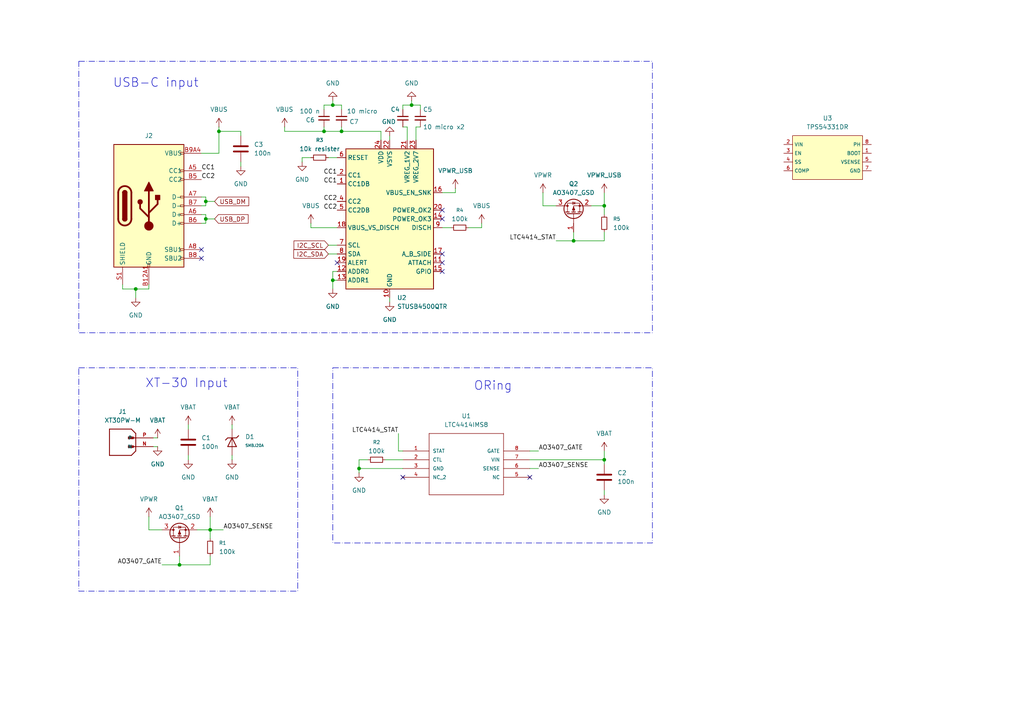
<source format=kicad_sch>
(kicad_sch (version 20250114) (generator "eeschema") (generator_version "9.0")
  (paper "A4")
  (lib_symbols
    (symbol "Device:C" (pin_numbers (hide yes)) (pin_names (offset 0.254))
      (property "Reference" "C" (at 0.635 2.54 0))
      (property "Value" "C" (at 0.635 -2.54 0))
      (symbol "C_0_1"
        (polyline (pts (xy -2.032 0.762) (xy 2.032 0.762)) (stroke (width 0.508)))
        (polyline (pts (xy -2.032 -0.762) (xy 2.032 -0.762)) (stroke (width 0.508)))
      )
      (symbol "C_1_1"
        (pin passive line (at 0 3.81 270) (length 2.794) (name "~") (number "1"))
        (pin passive line (at 0 -3.81 90) (length 2.794) (name "~") (number "2"))
      )
    )
    (symbol "Device:C_Small" (pin_numbers (hide yes)) (pin_names (offset 0.254) (hide yes))
      (property "Reference" "C" (at 0.254 1.778 0))
      (property "Value" "C_Small" (at 0.254 -2.032 0))
      (symbol "C_Small_0_1"
        (polyline (pts (xy -1.524 0.508) (xy 1.524 0.508)) (stroke (width 0.3048)))
        (polyline (pts (xy -1.524 -0.508) (xy 1.524 -0.508)) (stroke (width 0.3302)))
      )
      (symbol "C_Small_1_1"
        (pin passive line (at 0 2.54 270) (length 2.032) (name "~") (number "1"))
        (pin passive line (at 0 -2.54 90) (length 2.032) (name "~") (number "2"))
      )
    )
    (symbol "Device:R_Small" (pin_numbers (hide yes)) (pin_names (offset 0.254) (hide yes))
      (property "Reference" "R" (at 0 0 90))
      (property "Value" "R_Small" (at 1.778 0 90))
      (symbol "R_Small_0_1"
        (rectangle (start -0.762 1.778) (end 0.762 -1.778) (stroke (width 0.2032)))
      )
      (symbol "R_Small_1_1"
        (pin passive line (at 0 2.54 270) (length 0.762) (name "~") (number "1"))
        (pin passive line (at 0 -2.54 90) (length 0.762) (name "~") (number "2"))
      )
    )
    (symbol "Interface_USB:STUSB4500QTR"
      (property "Reference" "U" (at -12.7 21.59 0))
      (property "Value" "STUSB4500QTR" (at 8.89 -21.59 0))
      (symbol "STUSB4500QTR_0_1"
        (rectangle (start -12.7 20.32) (end 12.7 -20.32) (stroke (width 0.254)) (fill (type background)))
      )
      (symbol "STUSB4500QTR_1_1"
        (pin input line (at -15.24 17.78 0) (length 2.54) (name "RESET") (number "6"))
        (pin bidirectional line (at -15.24 12.7 0) (length 2.54) (name "CC1") (number "2"))
        (pin bidirectional line (at -15.24 10.16 0) (length 2.54) (name "CC1DB") (number "1"))
        (pin bidirectional line (at -15.24 5.08 0) (length 2.54) (name "CC2") (number "4"))
        (pin bidirectional line (at -15.24 2.54 0) (length 2.54) (name "CC2DB") (number "5"))
        (pin input line (at -15.24 -2.54 0) (length 2.54) (name "VBUS_VS_DISCH") (number "18"))
        (pin input line (at -15.24 -7.62 0) (length 2.54) (name "SCL") (number "7"))
        (pin bidirectional line (at -15.24 -10.16 0) (length 2.54) (name "SDA") (number "8"))
        (pin open_collector line (at -15.24 -12.7 0) (length 2.54) (name "ALERT") (number "19"))
        (pin input line (at -15.24 -15.24 0) (length 2.54) (name "ADDR0") (number "12"))
        (pin input line (at -15.24 -17.78 0) (length 2.54) (name "ADDR1") (number "13"))
        (pin no_connect line (at -12.7 15.24 0) (length 2.54) (hide yes) (name "NC") (number "3"))
        (pin power_in line (at -2.54 22.86 270) (length 2.54) (name "VDD") (number "24"))
        (pin power_in line (at 0 22.86 270) (length 2.54) (name "VSYS") (number "22"))
        (pin power_in line (at 0 -22.86 90) (length 2.54) (name "GND") (number "10"))
        (pin passive line (at 0 -22.86 90) (length 2.54) (hide yes) (name "GND") (number "25"))
        (pin power_out line (at 5.08 22.86 270) (length 2.54) (name "VREG_1V2") (number "21"))
        (pin power_out line (at 7.62 22.86 270) (length 2.54) (name "VREG_2V7") (number "23"))
        (pin open_collector line (at 15.24 7.62 180) (length 2.54) (name "VBUS_EN_SNK") (number "16"))
        (pin open_collector line (at 15.24 2.54 180) (length 2.54) (name "POWER_OK2") (number "20"))
        (pin open_collector line (at 15.24 0 180) (length 2.54) (name "POWER_OK3") (number "14"))
        (pin bidirectional line (at 15.24 -2.54 180) (length 2.54) (name "DISCH") (number "9"))
        (pin open_collector line (at 15.24 -10.16 180) (length 2.54) (name "A_B_SIDE") (number "17"))
        (pin open_collector line (at 15.24 -12.7 180) (length 2.54) (name "ATTACH") (number "11"))
        (pin open_collector line (at 15.24 -15.24 180) (length 2.54) (name "GPIO") (number "15"))
      )
    )
    (symbol "LTC4414IMS8:LTC4414IMS8" (pin_names (offset 1.016))
      (property "Reference" "U" (at 30.48 8.89 0))
      (property "Value" "LTC4414IMS8" (at 29.8361 6.3462 0))
      (symbol "LTC4414IMS8_0_0"
        (polyline (pts (xy 25.4 5.08) (xy 25.4 -12.7)) (stroke (width 0.1524)))
        (polyline (pts (xy 25.4 -12.7) (xy 46.99 -12.7)) (stroke (width 0.1524)))
        (polyline (pts (xy 46.99 5.08) (xy 25.4 5.08)) (stroke (width 0.1524)))
        (polyline (pts (xy 46.99 -12.7) (xy 46.99 5.08)) (stroke (width 0.1524)))
        (pin output line (at 17.78 0 0) (length 7.62) (name "STAT") (number "1"))
        (pin input line (at 17.78 -2.54 0) (length 7.62) (name "CTL") (number "2"))
        (pin power_in line (at 17.78 -5.08 0) (length 7.62) (name "GND") (number "3"))
        (pin no_connect line (at 17.78 -7.62 0) (length 7.62) (name "NC_2") (number "4"))
        (pin passive line (at 54.61 0 180) (length 7.62) (name "GATE") (number "8"))
        (pin input line (at 54.61 -2.54 180) (length 7.62) (name "VIN") (number "7"))
        (pin input line (at 54.61 -5.08 180) (length 7.62) (name "SENSE") (number "6"))
        (pin no_connect line (at 54.61 -7.62 180) (length 7.62) (name "NC") (number "5"))
      )
    )
    (symbol "PCM_JLCPCB-Diodes:TVS-Uni,SMBJ20A" (pin_numbers (hide yes)) (pin_names (offset 0))
      (property "Reference" "D" (at 2.032 0.834 0))
      (property "Value" "SMBJ20A" (at 2.032 -1.2122 0))
      (symbol "TVS-Uni,SMBJ20A_0_1"
        (polyline (pts (xy -1.905 -1.905) (xy -1.27 -1.27) (xy 1.27 -1.27) (xy 1.905 -0.635)) (stroke (width 0.254)))
        (polyline (pts (xy -1.27 1.27) (xy 0 -1.27) (xy 1.27 1.27) (xy -1.27 1.27)) (stroke (width 0.254)))
      )
      (symbol "TVS-Uni,SMBJ20A_1_1"
        (pin passive line (at 0 3.81 270) (length 3.81) (name "~") (number "2"))
        (pin passive line (at 0 -3.81 90) (length 3.81) (name "~") (number "1"))
      )
    )
    (symbol "PCM_JLCPCB-Extended:Connector, USB-TYPE-C-16P"
      (property "Reference" "J" (at 2.54 2.54 0))
      (symbol "Connector, USB-TYPE-C-16P_0_0"
        (rectangle (start -0.254 -17.78) (end 0.254 -16.764))
        (rectangle (start 10.16 15.494) (end 9.144 14.986))
        (rectangle (start 10.16 10.414) (end 9.144 9.906))
        (rectangle (start 10.16 7.874) (end 9.144 7.366))
        (rectangle (start 10.16 2.794) (end 9.144 2.286))
        (rectangle (start 10.16 0.254) (end 9.144 -0.254))
        (rectangle (start 10.16 -2.286) (end 9.144 -2.794))
        (rectangle (start 10.16 -4.826) (end 9.144 -5.334))
        (rectangle (start 10.16 -12.446) (end 9.144 -12.954))
        (rectangle (start 10.16 -14.986) (end 9.144 -15.494))
      )
      (symbol "Connector, USB-TYPE-C-16P_0_1"
        (rectangle (start -10.16 17.78) (end 10.16 -17.78) (stroke (width 0.254)) (fill (type background)))
        (polyline (pts (xy -8.89 -3.81) (xy -8.89 3.81)) (stroke (width 0.508)))
        (rectangle (start -7.62 -3.81) (end -6.35 3.81) (stroke (width 0.254)) (fill (type outline)))
        (arc (start -7.62 3.81) (mid -6.985 4.4423) (end -6.35 3.81) (stroke (width 0.254)))
        (arc (start -7.62 3.81) (mid -6.985 4.4423) (end -6.35 3.81) (stroke (width 0.254)) (fill (type outline)))
        (arc (start -8.89 3.81) (mid -6.985 5.7067) (end -5.08 3.81) (stroke (width 0.508)))
        (arc (start -5.08 -3.81) (mid -6.985 -5.7067) (end -8.89 -3.81) (stroke (width 0.508)))
        (arc (start -6.35 -3.81) (mid -6.985 -4.4423) (end -7.62 -3.81) (stroke (width 0.254)))
        (arc (start -6.35 -3.81) (mid -6.985 -4.4423) (end -7.62 -3.81) (stroke (width 0.254)) (fill (type outline)))
        (polyline (pts (xy -5.08 3.81) (xy -5.08 -3.81)) (stroke (width 0.508)))
        (circle (center -2.54 1.143) (radius 0.635) (stroke (width 0.254)) (fill (type outline)))
        (polyline (pts (xy -1.27 4.318) (xy 0 6.858) (xy 1.27 4.318) (xy -1.27 4.318)) (stroke (width 0.254)) (fill (type outline)))
        (polyline (pts (xy 0 -2.032) (xy 2.54 0.508) (xy 2.54 1.778)) (stroke (width 0.508)))
        (polyline (pts (xy 0 -3.302) (xy -2.54 -0.762) (xy -2.54 0.508)) (stroke (width 0.508)))
        (polyline (pts (xy 0 -5.842) (xy 0 4.318)) (stroke (width 0.508)))
        (circle (center 0 -5.842) (radius 1.27) (fill (type outline)))
        (rectangle (start 1.905 1.778) (end 3.175 3.048) (stroke (width 0.254)) (fill (type outline)))
      )
      (symbol "Connector, USB-TYPE-C-16P_1_1"
        (pin passive line (at -7.62 -22.86 90) (length 5.08) (name "SHIELD") (number "S1"))
        (pin passive line (at 0 -22.86 90) (length 5.08) (hide yes) (name "GND") (number "A12B1"))
        (pin passive line (at 0 -22.86 90) (length 5.08) (name "GND") (number "B12A1"))
        (pin passive line (at 15.24 15.24 180) (length 5.08) (hide yes) (name "VBUS") (number "A9B4"))
        (pin passive line (at 15.24 15.24 180) (length 5.08) (name "VBUS") (number "B9A4"))
        (pin bidirectional line (at 15.24 10.16 180) (length 5.08) (name "CC1") (number "A5"))
        (pin bidirectional line (at 15.24 7.62 180) (length 5.08) (name "CC2") (number "B5"))
        (pin bidirectional line (at 15.24 2.54 180) (length 5.08) (name "D-") (number "A7"))
        (pin bidirectional line (at 15.24 0 180) (length 5.08) (name "D-") (number "B7"))
        (pin bidirectional line (at 15.24 -2.54 180) (length 5.08) (name "D+") (number "A6"))
        (pin bidirectional line (at 15.24 -5.08 180) (length 5.08) (name "D+") (number "B6"))
        (pin bidirectional line (at 15.24 -12.7 180) (length 5.08) (name "SBU1") (number "A8"))
        (pin bidirectional line (at 15.24 -15.24 180) (length 5.08) (name "SBU2") (number "B8"))
      )
    )
    (symbol "PCM_JLCPCB-Power:DC-DC, Buck, 3.5-28VIN, 3A, 0.8+VOUT"
      (property "Reference" "U" (at 0 1.27 0))
      (property "Value" "TPS54331DR" (at 0.254 5.08 0))
      (symbol "DC-DC, Buck, 3.5-28VIN, 3A, 0.8+VOUT_0_1"
        (rectangle (start -10.16 7.62) (end 10.16 -5.08) (fill (type background)))
      )
      (symbol "DC-DC, Buck, 3.5-28VIN, 3A, 0.8+VOUT_1_1"
        (pin power_in line (at -12.7 5.08 0) (length 2.56) (name "VIN") (number "2"))
        (pin unspecified line (at -12.7 2.54 0) (length 2.56) (name "EN") (number "3"))
        (pin unspecified line (at -12.7 0 0) (length 2.56) (name "SS") (number "4"))
        (pin unspecified line (at -12.7 -2.54 0) (length 2.56) (name "COMP") (number "6"))
        (pin power_in line (at 12.7 5.08 180) (length 2.56) (name "PH") (number "8"))
        (pin unspecified line (at 12.7 2.54 180) (length 2.56) (name "BOOT") (number "1"))
        (pin unspecified line (at 12.7 0 180) (length 2.56) (name "VSENSE") (number "5"))
        (pin power_in line (at 12.7 -2.54 180) (length 2.56) (name "GND") (number "7"))
      )
    )
    (symbol "Transistor_FET:Q_PMOS_GSD" (pin_names (offset 0) (hide yes))
      (property "Reference" "Q" (at 5.08 1.905 0))
      (property "Value" "Q_PMOS_GSD" (at 5.08 0 0))
      (symbol "Q_PMOS_GSD_0_1"
        (polyline (pts (xy 0.254 1.905) (xy 0.254 -1.905)) (stroke (width 0.254)))
        (polyline (pts (xy 0.254 0) (xy -2.54 0)))
        (polyline (pts (xy 0.762 2.286) (xy 0.762 1.27)) (stroke (width 0.254)))
        (polyline (pts (xy 0.762 1.778) (xy 3.302 1.778) (xy 3.302 -1.778) (xy 0.762 -1.778)))
        (polyline (pts (xy 0.762 0.508) (xy 0.762 -0.508)) (stroke (width 0.254)))
        (polyline (pts (xy 0.762 -1.27) (xy 0.762 -2.286)) (stroke (width 0.254)))
        (circle (center 1.651 0) (radius 2.794) (stroke (width 0.254)))
        (polyline (pts (xy 2.286 0) (xy 1.27 0.381) (xy 1.27 -0.381) (xy 2.286 0)) (fill (type outline)))
        (polyline (pts (xy 2.54 2.54) (xy 2.54 1.778)))
        (circle (center 2.54 1.778) (radius 0.254) (fill (type outline)))
        (circle (center 2.54 -1.778) (radius 0.254) (fill (type outline)))
        (polyline (pts (xy 2.54 -2.54) (xy 2.54 0) (xy 0.762 0)))
        (polyline (pts (xy 2.921 -0.381) (xy 3.683 -0.381)))
        (polyline (pts (xy 3.302 -0.381) (xy 2.921 0.254) (xy 3.683 0.254) (xy 3.302 -0.381)))
      )
      (symbol "Q_PMOS_GSD_1_1"
        (pin input line (at -5.08 0 0) (length 2.54) (name "G") (number "1"))
        (pin passive line (at 2.54 5.08 270) (length 2.54) (name "D") (number "3"))
        (pin passive line (at 2.54 -5.08 90) (length 2.54) (name "S") (number "2"))
      )
    )
    (symbol "XT30PW-M:XT30PW-M" (pin_names (offset 1.016))
      (property "Reference" "J" (at -7.62 3.302 0))
      (property "Value" "XT30PW-M" (at -7.62 -7.62 0))
      (symbol "XT30PW-M_0_0"
        (polyline (pts (xy -7.62 2.54) (xy -1.27 2.54)) (stroke (width 0.254)))
        (polyline (pts (xy -7.62 -5.08) (xy -7.62 2.54)) (stroke (width 0.254)))
        (rectangle (start -2.2225 -0.3175) (end -0.635 0.3175) (stroke (width 0.1)) (fill (type outline)))
        (rectangle (start -2.2225 -2.8575) (end -0.635 -2.2225) (stroke (width 0.1)) (fill (type outline)))
        (polyline (pts (xy -1.27 -5.08) (xy -7.62 -5.08)) (stroke (width 0.254)))
        (polyline (pts (xy 0 1.27) (xy -1.27 2.54)) (stroke (width 0.254)))
        (polyline (pts (xy 0 1.27) (xy 0 0)) (stroke (width 0.254)))
        (polyline (pts (xy 0 0) (xy -1.905 0)) (stroke (width 0.254)))
        (polyline (pts (xy 0 0) (xy 0 -3.81)) (stroke (width 0.254)))
        (polyline (pts (xy 0 -2.54) (xy -1.905 -2.54)) (stroke (width 0.254)))
        (polyline (pts (xy 0 -3.81) (xy -1.27 -5.08)) (stroke (width 0.254)))
        (pin power_in line (at 5.08 0 180) (length 5.08) (name "P") (number "P"))
        (pin power_in line (at 5.08 -2.54 180) (length 5.08) (name "N") (number "N"))
      )
    )
    (symbol "power:GND" (power) (pin_numbers (hide yes)) (pin_names (offset 0) (hide yes))
      (property "Value" "GND" (at 0 -3.81 0))
      (symbol "GND_0_1"
        (polyline (pts (xy 0 0) (xy 0 -1.27) (xy 1.27 -1.27) (xy 0 -2.54) (xy -1.27 -1.27) (xy 0 -1.27)))
      )
      (symbol "GND_1_1"
        (pin power_in line (at 0 0 270) (length 0) (name "~") (number "1"))
      )
    )
    (symbol "power:VBAT" (power) (pin_numbers (hide yes)) (pin_names (offset 0) (hide yes))
      (property "Value" "VBAT" (at 0 3.556 0))
      (symbol "VBAT_0_1"
        (polyline (pts (xy -0.762 1.27) (xy 0 2.54)))
        (polyline (pts (xy 0 2.54) (xy 0.762 1.27)))
        (polyline (pts (xy 0 0) (xy 0 2.54)))
      )
      (symbol "VBAT_1_1"
        (pin power_in line (at 0 0 90) (length 0) (name "~") (number "1"))
      )
    )
    (symbol "power:VBUS" (power) (pin_numbers (hide yes)) (pin_names (offset 0) (hide yes))
      (property "Value" "VBUS" (at 0 3.556 0))
      (symbol "VBUS_0_1"
        (polyline (pts (xy -0.762 1.27) (xy 0 2.54)))
        (polyline (pts (xy 0 2.54) (xy 0.762 1.27)))
        (polyline (pts (xy 0 0) (xy 0 2.54)))
      )
      (symbol "VBUS_1_1"
        (pin power_in line (at 0 0 90) (length 0) (name "~") (number "1"))
      )
    )
    (symbol "power:VPWR" (power) (pin_numbers (hide yes)) (pin_names (offset 0) (hide yes))
      (property "Value" "VPWR" (at 0 3.556 0))
      (symbol "VPWR_0_1"
        (polyline (pts (xy -0.762 1.27) (xy 0 2.54)))
        (polyline (pts (xy 0 2.54) (xy 0.762 1.27)))
        (polyline (pts (xy 0 0) (xy 0 2.54)))
      )
      (symbol "VPWR_1_1"
        (pin power_in line (at 0 0 90) (length 0) (name "~") (number "1"))
      )
    )
    (symbol "power:VPWR_USB" (power) (pin_numbers (hide yes)) (pin_names (offset 0) (hide yes))
      (property "Value" "VPWR_USB" (at 0 3.556 0))
      (symbol "VPWR_USB_0_1"
        (polyline (pts (xy -0.762 1.27) (xy 0 2.54)))
        (polyline (pts (xy 0 2.54) (xy 0.762 1.27)))
        (polyline (pts (xy 0 0) (xy 0 2.54)))
      )
      (symbol "VPWR_USB_1_1"
        (pin power_in line (at 0 0 90) (length 0) (name "~") (number "1"))
      )
    )
  )
  (rectangle (start 22.86 106.68) (end 86.36 171.45) (stroke (width 0) (type dash_dot)))
  (rectangle (start 22.86 17.78) (end 189.23 96.52) (stroke (width 0) (type dash_dot)))
  (rectangle (start 96.52 106.68) (end 189.23 157.48) (stroke (width 0) (type dash_dot)))
  (text "ORing" (at 143.002 112.014 0) (effects (font (size 2.54 2.54))))
  (text "XT-30 Input" (at 54.102 111.252 0) (effects (font (size 2.54 2.54))))
  (text "USB-C input" (at 45.212 24.13 0) (effects (font (size 2.54 2.54))))
  (junction (at 175.26 59.69))
  (junction (at 59.69 58.42))
  (junction (at 59.69 63.5))
  (junction (at 166.37 69.85))
  (junction (at 119.38 30.48))
  (junction (at 96.52 81.28))
  (junction (at 52.07 163.83))
  (junction (at 175.26 133.35))
  (junction (at 39.37 83.82))
  (junction (at 63.5 38.1))
  (junction (at 93.98 38.1))
  (junction (at 96.52 30.48))
  (junction (at 60.96 153.67))
  (junction (at 99.06 38.1))
  (junction (at 104.14 135.89))
  (no_connect (at 97.79 76.2))
  (no_connect (at 128.27 63.5))
  (no_connect (at 128.27 76.2))
  (no_connect (at 128.27 73.66))
  (no_connect (at 153.67 138.43))
  (no_connect (at 58.42 72.39))
  (no_connect (at 116.84 138.43))
  (no_connect (at 58.42 74.93))
  (no_connect (at 128.27 78.74))
  (no_connect (at 128.27 60.96))
  (wire (pts (xy 157.48 59.69) (xy 161.29 59.69)))
  (wire (pts (xy 110.49 40.64) (xy 110.49 38.1)))
  (wire (pts (xy 52.07 163.83) (xy 60.96 163.83)))
  (wire (pts (xy 35.56 83.82) (xy 39.37 83.82)))
  (wire (pts (xy 153.67 133.35) (xy 175.26 133.35)))
  (wire (pts (xy 166.37 69.85) (xy 175.26 69.85)))
  (wire (pts (xy 43.18 149.86) (xy 43.18 153.67)))
  (wire (pts (xy 166.37 67.31) (xy 166.37 69.85)))
  (wire (pts (xy 82.55 38.1) (xy 82.55 36.83)))
  (wire (pts (xy 97.79 66.04) (xy 90.17 66.04)))
  (wire (pts (xy 90.17 66.04) (xy 90.17 64.77)))
  (wire (pts (xy 104.14 133.35) (xy 106.68 133.35)))
  (wire (pts (xy 46.99 163.83) (xy 52.07 163.83)))
  (wire (pts (xy 58.42 57.15) (xy 59.69 57.15)))
  (wire (pts (xy 96.52 30.48) (xy 99.06 30.48)))
  (wire (pts (xy 99.06 36.83) (xy 99.06 38.1)))
  (wire (pts (xy 113.03 87.63) (xy 113.03 86.36)))
  (wire (pts (xy 175.26 134.62) (xy 175.26 133.35)))
  (wire (pts (xy 128.27 66.04) (xy 130.81 66.04)))
  (wire (pts (xy 43.18 83.82) (xy 43.18 82.55)))
  (wire (pts (xy 96.52 83.82) (xy 96.52 81.28)))
  (wire (pts (xy 139.7 66.04) (xy 139.7 64.77)))
  (wire (pts (xy 119.38 29.21) (xy 119.38 30.48)))
  (wire (pts (xy 67.31 123.19) (xy 67.31 124.46)))
  (wire (pts (xy 115.57 125.73) (xy 115.57 130.81)))
  (wire (pts (xy 39.37 83.82) (xy 39.37 86.36)))
  (wire (pts (xy 175.26 130.81) (xy 175.26 133.35)))
  (wire (pts (xy 63.5 38.1) (xy 69.85 38.1)))
  (wire (pts (xy 60.96 153.67) (xy 64.77 153.67)))
  (wire (pts (xy 39.37 83.82) (xy 43.18 83.82)))
  (wire (pts (xy 59.69 62.23) (xy 59.69 63.5)))
  (wire (pts (xy 96.52 78.74) (xy 96.52 81.28)))
  (wire (pts (xy 69.85 48.26) (xy 69.85 46.99)))
  (wire (pts (xy 132.08 54.61) (xy 132.08 55.88)))
  (wire (pts (xy 104.14 137.16) (xy 104.14 135.89)))
  (wire (pts (xy 116.84 30.48) (xy 116.84 31.75)))
  (wire (pts (xy 121.92 31.75) (xy 121.92 30.48)))
  (wire (pts (xy 95.25 71.12) (xy 97.79 71.12)))
  (wire (pts (xy 43.18 153.67) (xy 46.99 153.67)))
  (wire (pts (xy 99.06 38.1) (xy 110.49 38.1)))
  (wire (pts (xy 119.38 30.48) (xy 116.84 30.48)))
  (wire (pts (xy 175.26 59.69) (xy 171.45 59.69)))
  (wire (pts (xy 96.52 29.21) (xy 96.52 30.48)))
  (wire (pts (xy 121.92 30.48) (xy 119.38 30.48)))
  (wire (pts (xy 121.92 36.83) (xy 120.65 36.83)))
  (wire (pts (xy 132.08 55.88) (xy 128.27 55.88)))
  (wire (pts (xy 93.98 31.75) (xy 93.98 30.48)))
  (wire (pts (xy 59.69 58.42) (xy 59.69 57.15)))
  (wire (pts (xy 116.84 36.83) (xy 118.11 36.83)))
  (wire (pts (xy 59.69 62.23) (xy 58.42 62.23)))
  (wire (pts (xy 175.26 55.88) (xy 175.26 59.69)))
  (wire (pts (xy 175.26 143.51) (xy 175.26 142.24)))
  (wire (pts (xy 60.96 163.83) (xy 60.96 161.29)))
  (wire (pts (xy 87.63 45.72) (xy 90.17 45.72)))
  (wire (pts (xy 96.52 81.28) (xy 97.79 81.28)))
  (wire (pts (xy 59.69 63.5) (xy 62.23 63.5)))
  (wire (pts (xy 104.14 135.89) (xy 116.84 135.89)))
  (wire (pts (xy 115.57 130.81) (xy 116.84 130.81)))
  (wire (pts (xy 153.67 130.81) (xy 156.21 130.81)))
  (wire (pts (xy 93.98 38.1) (xy 99.06 38.1)))
  (wire (pts (xy 67.31 133.35) (xy 67.31 132.08)))
  (wire (pts (xy 35.56 83.82) (xy 35.56 82.55)))
  (wire (pts (xy 52.07 161.29) (xy 52.07 163.83)))
  (wire (pts (xy 59.69 63.5) (xy 59.69 64.77)))
  (wire (pts (xy 63.5 36.83) (xy 63.5 38.1)))
  (wire (pts (xy 175.26 62.23) (xy 175.26 59.69)))
  (wire (pts (xy 135.89 66.04) (xy 139.7 66.04)))
  (wire (pts (xy 82.55 38.1) (xy 93.98 38.1)))
  (wire (pts (xy 45.72 129.54) (xy 44.45 129.54)))
  (wire (pts (xy 69.85 39.37) (xy 69.85 38.1)))
  (wire (pts (xy 153.67 135.89) (xy 156.21 135.89)))
  (wire (pts (xy 104.14 135.89) (xy 104.14 133.35)))
  (wire (pts (xy 95.25 45.72) (xy 97.79 45.72)))
  (wire (pts (xy 99.06 30.48) (xy 99.06 31.75)))
  (wire (pts (xy 118.11 36.83) (xy 118.11 40.64)))
  (wire (pts (xy 58.42 59.69) (xy 59.69 59.69)))
  (wire (pts (xy 157.48 55.88) (xy 157.48 59.69)))
  (wire (pts (xy 60.96 153.67) (xy 57.15 153.67)))
  (wire (pts (xy 161.29 69.85) (xy 166.37 69.85)))
  (wire (pts (xy 87.63 46.99) (xy 87.63 45.72)))
  (wire (pts (xy 58.42 44.45) (xy 63.5 44.45)))
  (wire (pts (xy 45.72 127) (xy 44.45 127)))
  (wire (pts (xy 113.03 39.37) (xy 113.03 40.64)))
  (wire (pts (xy 54.61 123.19) (xy 54.61 124.46)))
  (wire (pts (xy 97.79 78.74) (xy 96.52 78.74)))
  (wire (pts (xy 63.5 44.45) (xy 63.5 38.1)))
  (wire (pts (xy 60.96 156.21) (xy 60.96 153.67)))
  (wire (pts (xy 54.61 132.08) (xy 54.61 133.35)))
  (wire (pts (xy 175.26 69.85) (xy 175.26 67.31)))
  (wire (pts (xy 59.69 59.69) (xy 59.69 58.42)))
  (wire (pts (xy 59.69 58.42) (xy 62.23 58.42)))
  (wire (pts (xy 111.76 133.35) (xy 116.84 133.35)))
  (wire (pts (xy 93.98 30.48) (xy 96.52 30.48)))
  (wire (pts (xy 59.69 64.77) (xy 58.42 64.77)))
  (wire (pts (xy 60.96 149.86) (xy 60.96 153.67)))
  (wire (pts (xy 95.25 73.66) (xy 97.79 73.66)))
  (wire (pts (xy 93.98 38.1) (xy 93.98 36.83)))
  (wire (pts (xy 120.65 36.83) (xy 120.65 40.64)))
  (label "CC1" (at 97.79 53.34 180))
  (label "AO3407_SENSE" (at 156.21 135.89 0))
  (label "AO3407_SENSE" (at 64.77 153.67 0))
  (label "CC1" (at 58.42 49.53 0))
  (label "LTC4414_STAT" (at 115.57 125.73 180))
  (label "LTC4414_STAT" (at 161.29 69.85 180))
  (label "CC2" (at 97.79 60.96 180))
  (label "CC2" (at 58.42 52.07 0))
  (label "CC2" (at 97.79 58.42 180))
  (label "AO3407_GATE" (at 156.21 130.81 0))
  (label "AO3407_GATE" (at 46.99 163.83 180))
  (label "CC1" (at 97.79 50.8 180))
  (global_label "I2C_SCL" (shape input) (at 95.25 71.12 180) (property "Intersheetrefs" "${INTERSHEET_REFS}" (effects (hide yes))))
  (global_label "USB_DP" (shape input) (at 62.23 63.5 0) (property "Intersheetrefs" "${INTERSHEET_REFS}" (effects (hide yes))))
  (global_label "USB_DM" (shape input) (at 62.23 58.42 0) (property "Intersheetrefs" "${INTERSHEET_REFS}" (effects (hide yes))))
  (global_label "I2C_SDA" (shape input) (at 95.25 73.66 180) (property "Intersheetrefs" "${INTERSHEET_REFS}" (effects (hide yes))))
  (symbol (lib_id "LTC4414IMS8:LTC4414IMS8") (at 99.06 130.81 0) (unit 1)
    (property "Reference" "U1" (at 135.255 120.65 0))
    (property "Value" "LTC4414IMS8" (at 135.255 123.19 0))
    (property "Footprint" "Project_Parts:LTC4414IMS8-MSOP-8_MS" (effects (hide yes)))
    (property "MF" "Analog Devices" (effects (hide yes)))
    (property "VENDOR" "Linear Technology" (effects (hide yes)))
    (property "Description_1" "OR Controller Source Selector Switch P-Channel 2:1 8-MSOP" (effects (hide yes)))
    (property "Package" "MSOP-8 Hittite Microwave" (effects (hide yes)))
    (property "Price" "None" (effects (hide yes)))
    (property "Check_prices" "https://www.snapeda.com/parts/LTC4414IMS8/Analog+Devices/view-part/?ref=eda" (effects (hide yes)))
    (property "SnapEDA_Link" "https://www.snapeda.com/parts/LTC4414IMS8/Analog+Devices/view-part/?ref=snap" (effects (hide yes)))
    (property "MP" "LTC4414IMS8" (effects (hide yes)))
    (property "Availability" "Not in stock" (effects (hide yes)))
    (property "MANUFACTURER_PART_NUMBER" "ltc4414ims8" (effects (hide yes)))
  )
  (symbol (lib_id "Device:C") (at 54.61 128.27 0) (unit 1)
    (property "Reference" "C1" (at 58.42 126.9999 0) (effects (justify left)))
    (property "Value" "100n" (at 58.42 129.5399 0) (effects (justify left)))
    (property "Footprint" "PCM_JLCPCB:C_0603" (effects (hide yes)))
    (property "Description" "Unpolarized capacitor" (effects (hide yes)))
  )
  (symbol (lib_id "power:GND") (at 119.38 29.21 180) (unit 1)
    (property "Reference" "#PWR020" (effects (hide yes)))
    (property "Value" "GND" (at 119.38 24.13 0))
    (property "Description" "Power symbol creates a global label with name \"GND\" , ground" (effects (hide yes)))
  )
  (symbol (lib_id "Device:C_Small") (at 116.84 34.29 0) (unit 1)
    (property "Reference" "C4" (at 113.284 31.75 0) (effects (justify left)))
    (property "Value" "10 micro" (effects (hide yes)))
    (property "Description" "Unpolarized capacitor, small symbol" (effects (hide yes)))
  )
  (symbol (lib_id "Device:C") (at 175.26 138.43 0) (unit 1)
    (property "Reference" "C2" (at 179.07 137.1599 0) (effects (justify left)))
    (property "Value" "100n" (at 179.07 139.6999 0) (effects (justify left)))
    (property "Footprint" "PCM_JLCPCB:C_0603" (effects (hide yes)))
    (property "Description" "Unpolarized capacitor" (effects (hide yes)))
  )
  (symbol (lib_id "power:GND") (at 96.52 29.21 180) (unit 1)
    (property "Reference" "#PWR022" (effects (hide yes)))
    (property "Value" "GND" (at 96.52 24.13 0))
    (property "Description" "Power symbol creates a global label with name \"GND\" , ground" (effects (hide yes)))
  )
  (symbol (lib_id "power:VPWR_USB") (at 132.08 54.61 0) (unit 1)
    (property "Reference" "#PWR026" (effects (hide yes)))
    (property "Value" "VPWR_USB" (at 132.08 49.53 0))
    (property "Description" "Power symbol creates a global label with name \"VPWR_USB\"" (effects (hide yes)))
  )
  (symbol (lib_id "PCM_JLCPCB-Extended:Connector, USB-TYPE-C-16P") (at 43.18 59.69 0) (unit 1)
    (property "Reference" "J2" (at 43.18 39.37 0))
    (property "Value" "Connector, USB-TYPE-C-16P" (effects (hide yes)))
    (property "Footprint" "PCM_JLCPCB:TYPE-C-SMD_HX-TYPE-C-16PIN" (effects (hide yes)))
    (property "Datasheet" "https://atta.szlcsc.com/upload/public/pdf/source/20220920/0EF8F885FCCEA71F60E9E85152155021.pdf" (effects (hide yes)))
    (property "Description" "3A 1 Horizontal attachment 16P Female -25℃~+85℃ Type-C SMD USB Connectors ROHS" (effects (hide yes)))
    (property "LCSC" "C2927039" (effects (hide yes)))
  )
  (symbol (lib_id "Device:R_Small") (at 175.26 64.77 0) (unit 1)
    (property "Reference" "R5" (at 177.8 63.4999 0) (effects (font (size 1.016 1.016)) (justify left)))
    (property "Value" "100k" (at 177.8 66.0399 0) (effects (justify left)))
    (property "Footprint" "PCM_JLCPCB:R_0603" (effects (hide yes)))
    (property "Description" "Resistor, small symbol" (effects (hide yes)))
  )
  (symbol (lib_id "power:VBAT") (at 67.31 123.19 0) (unit 1)
    (property "Reference" "#PWR04" (effects (hide yes)))
    (property "Value" "VBAT" (at 67.31 118.11 0))
    (property "Description" "Power symbol creates a global label with name \"VBAT\"" (effects (hide yes)))
  )
  (symbol (lib_id "Transistor_FET:Q_PMOS_GSD") (at 166.37 62.23 90) (unit 1)
    (property "Reference" "Q2" (at 166.37 53.34 90))
    (property "Value" "AO3407_GSD" (at 166.37 55.88 90))
    (property "Description" "P-MOSFET transistor, gate/source/drain" (effects (hide yes)))
  )
  (symbol (lib_id "Device:C") (at 69.85 43.18 0) (unit 1)
    (property "Reference" "C3" (at 73.66 41.9099 0) (effects (justify left)))
    (property "Value" "100n" (at 73.66 44.4499 0) (effects (justify left)))
    (property "Footprint" "PCM_JLCPCB:C_0603" (effects (hide yes)))
    (property "Description" "Unpolarized capacitor" (effects (hide yes)))
  )
  (symbol (lib_id "Interface_USB:STUSB4500QTR") (at 113.03 63.5 0) (unit 1)
    (property "Reference" "U2" (at 115.1733 86.36 0) (effects (justify left)))
    (property "Value" "STUSB4500QTR" (at 115.1733 88.9 0) (effects (justify left)))
    (property "Footprint" "Package_DFN_QFN:QFN-24-1EP_4x4mm_P0.5mm_EP2.7x2.7mm" (effects (hide yes)))
    (property "Datasheet" "https://www.st.com/resource/en/datasheet/stusb4500.pdf" (effects (hide yes)))
    (property "Description" "Stand-alone USB PD controller (with sink Auto-run mode), QFN-24" (effects (hide yes)))
  )
  (symbol (lib_id "Device:R_Small") (at 92.71 45.72 90) (unit 1)
    (property "Reference" "R3" (at 92.71 40.64 90) (effects (font (size 1.016 1.016))))
    (property "Value" "10k resister" (at 92.71 43.18 90))
    (property "Footprint" "PCM_JLCPCB:R_0603" (effects (hide yes)))
    (property "Description" "Resistor, small symbol" (effects (hide yes)))
  )
  (symbol (lib_id "power:VPWR_USB") (at 175.26 55.88 0) (unit 1)
    (property "Reference" "#PWR027" (effects (hide yes)))
    (property "Value" "VPWR_USB" (at 175.26 50.8 0))
    (property "Description" "Power symbol creates a global label with name \"VPWR_USB\"" (effects (hide yes)))
  )
  (symbol (lib_id "power:GND") (at 54.61 133.35 0) (unit 1)
    (property "Reference" "#PWR011" (effects (hide yes)))
    (property "Value" "GND" (at 54.61 138.43 0))
    (property "Description" "Power symbol creates a global label with name \"GND\" , ground" (effects (hide yes)))
  )
  (symbol (lib_id "power:VBAT") (at 60.96 149.86 0) (unit 1)
    (property "Reference" "#PWR06" (effects (hide yes)))
    (property "Value" "VBAT" (at 60.96 144.78 0))
    (property "Description" "Power symbol creates a global label with name \"VBAT\"" (effects (hide yes)))
  )
  (symbol (lib_id "XT30PW-M:XT30PW-M") (at 39.37 127 0) (unit 1)
    (property "Reference" "J1" (at 35.56 119.38 0))
    (property "Value" "XT30PW-M" (at 35.56 121.92 0))
    (property "Footprint" "XT30PW-M:AMASS_XT30PW-M" (effects (hide yes)))
    (property "MF" "AMASS" (effects (hide yes)))
    (property "MAXIMUM_PACKAGE_HEIGHT" "5 mm" (effects (hide yes)))
    (property "Package" "None" (effects (hide yes)))
    (property "Price" "None" (effects (hide yes)))
    (property "Check_prices" "https://www.snapeda.com/parts/XT30PW-M/AMASS/view-part/?ref=eda" (effects (hide yes)))
    (property "STANDARD" "Manufacturer Recommendations" (effects (hide yes)))
    (property "PARTREV" "1.2" (effects (hide yes)))
    (property "SnapEDA_Link" "https://www.snapeda.com/parts/XT30PW-M/AMASS/view-part/?ref=snap" (effects (hide yes)))
    (property "MP" "XT30PW-M" (effects (hide yes)))
    (property "Description_1" "Socket; DC supply; XT30; male; PIN: 2; on PCBs; THT; Colour: yellow" (effects (hide yes)))
    (property "MANUFACTURER" "Amass" (effects (hide yes)))
    (property "Availability" "In Stock" (effects (hide yes)))
    (property "SNAPEDA_PN" "XT30PW-M" (effects (hide yes)))
  )
  (symbol (lib_id "power:GND") (at 67.31 133.35 0) (unit 1)
    (property "Reference" "#PWR01" (effects (hide yes)))
    (property "Value" "GND" (at 67.31 138.43 0))
    (property "Description" "Power symbol creates a global label with name \"GND\" , ground" (effects (hide yes)))
  )
  (symbol (lib_id "power:GND") (at 113.03 39.37 180) (unit 1)
    (property "Reference" "#PWR021" (effects (hide yes)))
    (property "Value" "GND" (at 112.776 35.306 0))
    (property "Description" "Power symbol creates a global label with name \"GND\" , ground" (effects (hide yes)))
  )
  (symbol (lib_id "power:VBAT") (at 54.61 123.19 0) (unit 1)
    (property "Reference" "#PWR010" (effects (hide yes)))
    (property "Value" "VBAT" (at 54.61 118.11 0))
    (property "Description" "Power symbol creates a global label with name \"VBAT\"" (effects (hide yes)))
  )
  (symbol (lib_id "power:VBUS") (at 63.5 36.83 0) (unit 1)
    (property "Reference" "#PWR012" (effects (hide yes)))
    (property "Value" "VBUS" (at 63.5 31.75 0))
    (property "Description" "Power symbol creates a global label with name \"VBUS\"" (effects (hide yes)))
  )
  (symbol (lib_id "power:GND") (at 39.37 86.36 0) (unit 1)
    (property "Reference" "#PWR014" (effects (hide yes)))
    (property "Value" "GND" (at 39.37 91.44 0))
    (property "Description" "Power symbol creates a global label with name \"GND\" , ground" (effects (hide yes)))
  )
  (symbol (lib_id "power:GND") (at 175.26 143.51 0) (unit 1)
    (property "Reference" "#PWR05" (effects (hide yes)))
    (property "Value" "GND" (at 175.26 148.59 0))
    (property "Description" "Power symbol creates a global label with name \"GND\" , ground" (effects (hide yes)))
  )
  (symbol (lib_id "power:GND") (at 113.03 87.63 0) (unit 1)
    (property "Reference" "#PWR017" (effects (hide yes)))
    (property "Value" "GND" (at 113.03 92.71 0))
    (property "Description" "Power symbol creates a global label with name \"GND\" , ground" (effects (hide yes)))
  )
  (symbol (lib_id "Device:R_Small") (at 60.96 158.75 0) (unit 1)
    (property "Reference" "R1" (at 63.5 157.4799 0) (effects (font (size 1.016 1.016)) (justify left)))
    (property "Value" "100k" (at 63.5 160.0199 0) (effects (justify left)))
    (property "Footprint" "PCM_JLCPCB:R_0603" (effects (hide yes)))
    (property "Description" "Resistor, small symbol" (effects (hide yes)))
  )
  (symbol (lib_id "power:GND") (at 87.63 46.99 0) (unit 1)
    (property "Reference" "#PWR015" (effects (hide yes)))
    (property "Value" "GND" (at 87.63 52.07 0))
    (property "Description" "Power symbol creates a global label with name \"GND\" , ground" (effects (hide yes)))
  )
  (symbol (lib_id "power:VBUS") (at 90.17 64.77 0) (unit 1)
    (property "Reference" "#PWR019" (effects (hide yes)))
    (property "Value" "VBUS" (at 90.17 59.69 0))
    (property "Description" "Power symbol creates a global label with name \"VBUS\"" (effects (hide yes)))
  )
  (symbol (lib_id "power:VBAT") (at 175.26 130.81 0) (unit 1)
    (property "Reference" "#PWR02" (effects (hide yes)))
    (property "Value" "VBAT" (at 175.26 125.73 0))
    (property "Description" "Power symbol creates a global label with name \"VBAT\"" (effects (hide yes)))
  )
  (symbol (lib_id "power:GND") (at 45.72 129.54 0) (unit 1)
    (property "Reference" "#PWR08" (effects (hide yes)))
    (property "Value" "GND" (at 45.72 134.62 0))
    (property "Description" "Power symbol creates a global label with name \"GND\" , ground" (effects (hide yes)))
  )
  (symbol (lib_id "power:VPWR") (at 157.48 55.88 0) (unit 1)
    (property "Reference" "#PWR024" (effects (hide yes)))
    (property "Value" "VPWR" (at 157.48 50.8 0))
    (property "Description" "Power symbol creates a global label with name \"VPWR\"" (effects (hide yes)))
  )
  (symbol (lib_id "power:VBUS") (at 139.7 64.77 0) (unit 1)
    (property "Reference" "#PWR016" (effects (hide yes)))
    (property "Value" "VBUS" (at 139.7 59.69 0))
    (property "Description" "Power symbol creates a global label with name \"VBUS\"" (effects (hide yes)))
  )
  (symbol (lib_id "Device:C_Small") (at 99.06 34.29 0) (unit 1)
    (property "Reference" "C7" (at 101.346 35.306 0) (effects (justify left)))
    (property "Value" "10 micro" (at 100.584 32.258 0) (effects (justify left)))
    (property "Description" "Unpolarized capacitor, small symbol" (effects (hide yes)))
  )
  (symbol (lib_id "Device:R_Small") (at 133.35 66.04 90) (unit 1)
    (property "Reference" "R4" (at 133.35 60.96 90) (effects (font (size 1.016 1.016))))
    (property "Value" "100k" (at 133.35 63.5 90))
    (property "Footprint" "PCM_JLCPCB:R_0603" (effects (hide yes)))
    (property "Description" "Resistor, small symbol" (effects (hide yes)))
  )
  (symbol (lib_id "power:GND") (at 69.85 48.26 0) (unit 1)
    (property "Reference" "#PWR013" (effects (hide yes)))
    (property "Value" "GND" (at 69.85 53.34 0))
    (property "Description" "Power symbol creates a global label with name \"GND\" , ground" (effects (hide yes)))
  )
  (symbol (lib_id "PCM_JLCPCB-Power:DC-DC, Buck, 3.5-28VIN, 3A, 0.8+VOUT") (at 240.03 46.99 0) (unit 1)
    (property "Reference" "U3" (at 240.03 34.29 0))
    (property "Value" "TPS54331DR" (at 240.03 36.83 0))
    (property "Footprint" "PCM_JLCPCB:SOIC-8_L5.0-W4.0-P1.27-LS6.0-BL" (effects (hide yes)))
    (property "Datasheet" "https://www.lcsc.com/datasheet/lcsc_datasheet_1808272040_Texas-Instruments-TPS54331DR_C9865.pdf" (effects (hide yes)))
    (property "Description" "Step-down type Adjustable 800mV~25V 3A 3.5V~28V SOIC-8 DC-DC Converters ROHS" (effects (hide yes)))
    (property "LCSC" "C9865" (effects (hide yes)))
    (property "Stock" "173408" (effects (hide yes)))
    (property "Price" "0.220USD" (effects (hide yes)))
    (property "Process" "SMT" (effects (hide yes)))
    (property "Minimum Qty" "1" (effects (hide yes)))
    (property "Attrition Qty" "0" (effects (hide yes)))
    (property "Class" "Preferred Component" (effects (hide yes)))
    (property "Category" "Power Management ICs,DC-DC Converters" (effects (hide yes)))
    (property "Manufacturer" "Texas Instruments" (effects (hide yes)))
    (property "Part" "TPS54331DR" (effects (hide yes)))
    (property "Number Of Outputs" "1" (effects (hide yes)))
    (property "Output Current (Max)" "3A" (effects (hide yes)))
    (property "Output Voltage" "0.8V~25V" (effects (hide yes)))
    (property "Topology" "Step-down" (effects (hide yes)))
    (property "Synchronous Rectification" "No" (effects (hide yes)))
    (property "Switching Frequency" "570kHz" (effects (hide yes)))
    (property "Input Voltage" "3.5V~28V" (effects (hide yes)))
    (property "Output Type" "Adjustable" (effects (hide yes)))
    (property "Operating Temperature" "-40°C~+150°C@(TJ)" (effects (hide yes)))
    (property "Function" "Step-down type" (effects (hide yes)))
    (property "Switch Tube (Built-In/External)" "Built-in" (effects (hide yes)))
    (property "Quiescent Current (Iq)" "1mA" (effects (hide yes)))
    (property "Output Current" "3A" (effects (hide yes)))
  )
  (symbol (lib_id "Device:C_Small") (at 93.98 34.29 0) (unit 1)
    (property "Reference" "C6" (at 88.646 34.798 0) (effects (justify left)))
    (property "Value" "100 n" (at 86.868 32.258 0) (effects (justify left)))
    (property "Description" "Unpolarized capacitor, small symbol" (effects (hide yes)))
  )
  (symbol (lib_id "power:VBUS") (at 82.55 36.83 0) (unit 1)
    (property "Reference" "#PWR023" (effects (hide yes)))
    (property "Value" "VBUS" (at 82.55 31.75 0))
    (property "Description" "Power symbol creates a global label with name \"VBUS\"" (effects (hide yes)))
  )
  (symbol (lib_id "power:GND") (at 104.14 137.16 0) (unit 1)
    (property "Reference" "#PWR03" (effects (hide yes)))
    (property "Value" "GND" (at 104.14 142.24 0))
    (property "Description" "Power symbol creates a global label with name \"GND\" , ground" (effects (hide yes)))
  )
  (symbol (lib_id "Device:R_Small") (at 109.22 133.35 90) (unit 1)
    (property "Reference" "R2" (at 109.22 128.27 90) (effects (font (size 1.016 1.016))))
    (property "Value" "100k" (at 109.22 130.81 90))
    (property "Footprint" "PCM_JLCPCB:R_0603" (effects (hide yes)))
    (property "Description" "Resistor, small symbol" (effects (hide yes)))
  )
  (symbol (lib_id "Device:C_Small") (at 121.92 34.29 0) (unit 1)
    (property "Reference" "C5" (at 122.682 31.75 0) (effects (justify left)))
    (property "Value" "10 micro x2" (at 122.682 36.83 0) (effects (justify left)))
    (property "Description" "Unpolarized capacitor, small symbol" (effects (hide yes)))
  )
  (symbol (lib_id "power:GND") (at 96.52 83.82 0) (unit 1)
    (property "Reference" "#PWR018" (effects (hide yes)))
    (property "Value" "GND" (at 96.52 88.9 0))
    (property "Description" "Power symbol creates a global label with name \"GND\" , ground" (effects (hide yes)))
  )
  (symbol (lib_id "PCM_JLCPCB-Diodes:TVS-Uni,SMBJ20A") (at 67.31 128.27 180) (unit 1)
    (property "Reference" "D1" (at 71.12 126.6824 0) (effects (justify right)))
    (property "Value" "SMBJ20A" (at 71.12 129.2225 0) (effects (font (size 0.8 0.8)) (justify right)))
    (property "Footprint" "PCM_JLCPCB:D_SMB" (effects (hide yes)))
    (property "Datasheet" "https://wmsc.lcsc.com/wmsc/upload/file/pdf/v2/lcsc/2312280935_hongjiacheng-SMBJ20A_C19077575.pdf" (effects (hide yes)))
    (property "Description" "18.52A 600W 32.4V 24.5V Unidirectional 20V SMB ESD and Surge Protection (TVS/ESD) ROHS" (effects (hide yes)))
    (property "LCSC" "C19077575" (effects (hide yes)))
    (property "Stock" "31708" (effects (hide yes)))
    (property "Price" "0.045USD" (effects (hide yes)))
    (property "Process" "SMT" (effects (hide yes)))
    (property "Minimum Qty" "5" (effects (hide yes)))
    (property "Attrition Qty" "2" (effects (hide yes)))
    (property "Class" "Preferred Component" (effects (hide yes)))
    (property "Category" "TVS/Fuse/Board Level Protection,Electrostatic And Surge Protection (TVS/ESD)" (effects (hide yes)))
    (property "Manufacturer" "hongjiacheng" (effects (hide yes)))
    (property "Part" "SMBJ20A" (effects (hide yes)))
  )
  (symbol (lib_id "Transistor_FET:Q_PMOS_GSD") (at 52.07 156.21 90) (unit 1)
    (property "Reference" "Q1" (at 52.07 147.32 90))
    (property "Value" "AO3407_GSD" (at 52.07 149.86 90))
    (property "Description" "P-MOSFET transistor, gate/source/drain" (effects (hide yes)))
  )
  (symbol (lib_id "power:VPWR") (at 43.18 149.86 0) (unit 1)
    (property "Reference" "#PWR09" (effects (hide yes)))
    (property "Value" "VPWR" (at 43.18 144.78 0))
    (property "Description" "Power symbol creates a global label with name \"VPWR\"" (effects (hide yes)))
  )
  (symbol (lib_id "power:VBAT") (at 45.72 127 0) (unit 1)
    (property "Reference" "#PWR07" (effects (hide yes)))
    (property "Value" "VBAT" (at 45.72 121.92 0))
    (property "Description" "Power symbol creates a global label with name \"VBAT\"" (effects (hide yes)))
  )
)
</source>
